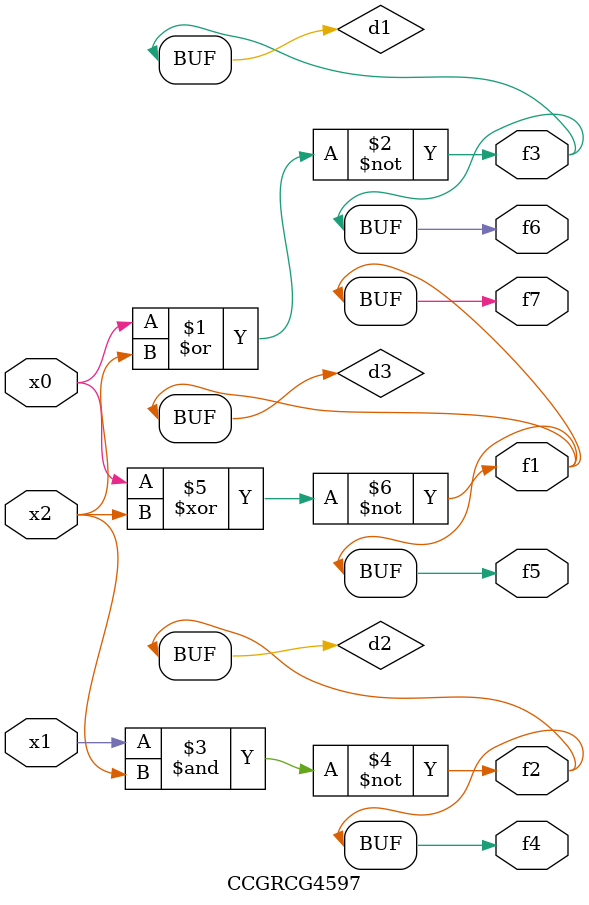
<source format=v>
module CCGRCG4597(
	input x0, x1, x2,
	output f1, f2, f3, f4, f5, f6, f7
);

	wire d1, d2, d3;

	nor (d1, x0, x2);
	nand (d2, x1, x2);
	xnor (d3, x0, x2);
	assign f1 = d3;
	assign f2 = d2;
	assign f3 = d1;
	assign f4 = d2;
	assign f5 = d3;
	assign f6 = d1;
	assign f7 = d3;
endmodule

</source>
